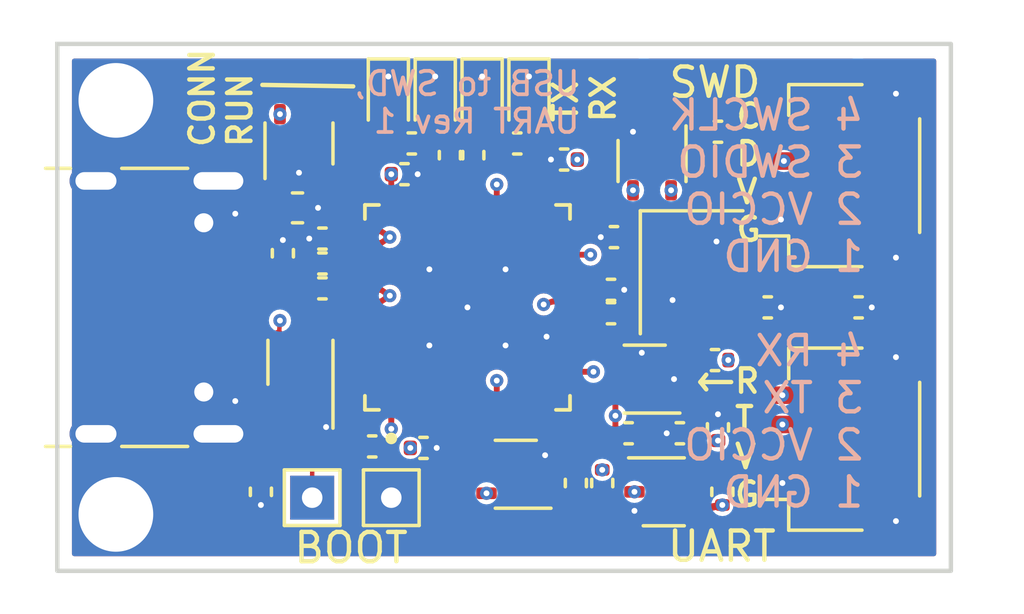
<source format=kicad_pcb>
(kicad_pcb (version 20240108) (generator "pcbnew") (generator_version "8.0")
  (layers (0 "F.Cu" jumper) (1 "In1.Cu" signal "Inner1.Cu") (2 "In2.Cu" signal "Inner2.Cu") (3 "In3.Cu" signal) (4 "In4.Cu" signal) (31 "B.Cu" signal) (35 "F.Paste" user) (36 "B.SilkS" user "B.Silkscreen") (37 "F.SilkS" user "F.Silkscreen") (38 "B.Mask" user) (39 "F.Mask" user) (44 "Edge.Cuts" user))
  (net 0 "")
  (net 1 "/VBUS")
  (net 2 "GND")
  (net 3 "/USB_D-")
  (net 4 "/USB_D+")
  (net 5 "/VCCIO")
  (net 8 "/CC1")
  (net 9 "/CC2")
  (net 10 "Net-(U1-~{WP}{slash}IO2)")
  (net 11 "Net-(U1-SCK)")
  (net 12 "Net-(U1-~{CS})")
  (net 13 "+3V3")
  (net 14 "Net-(U1-SO{slash}IO1)")
  (net 15 "Net-(U1-SI{slash}IO0)")
  (net 16 "Net-(U1-~{HOLD}{slash}IO3)")
  (net 35 "/VCCINT")
  (net 37 "/XIN")
  (net 38 "/XOUT")
  (net 39 "/XOUT1")
  (net 40 "/DR+")
  (net 41 "/DR-")
  (net 42 "/SWDIO")
  (net 43 "/SWCLK")
  (net 44 "/RX")
  (net 45 "/TX")
  (net 46 "/VCCIOU")
  (net 47 "Net-(U6-A)")
  (net 48 "/RX33")
  (net 49 "/TX33")
  (net 50 "/SWCLKR")
  (net 51 "/TXR")
  (net 52 "/SWDIO33")
  (net 53 "/SWCLK33")
  (net 54 "/SWDIOEN")
  (net 59 "Net-(D1-A)")
  (net 60 "Net-(D2-A)")
  (net 61 "Net-(D3-A)")
  (net 62 "Net-(D4-A)")
  (net 63 "/RXLED")
  (net 64 "/TXLED")
  (net 65 "/RUNLED")
  (net 66 "/CONNLED")
  (footprint "kicad_pcb:C_0402_1005Metric" (layer "F.Cu") (at 92.3 169.95 180)
    (property "Reference" "C1" (hide yes))
    (property "Value" "1 uF")
  )
  (footprint "kicad_pcb:C_0402_1005Metric" (layer "F.Cu") (at 87.5 179.8)
    (property "Reference" "C3" (hide yes))
    (property "Value" "1 uF")
  )
  (footprint "kicad_pcb:C_0603_1608Metric" (layer "F.Cu") (at 83.2 171.6)
    (property "Reference" "C4" (hide yes))
    (property "Value" "4.7 uF")
  )
  (footprint "kicad_pcb:C_0402_1005Metric" (layer "F.Cu") (at 84.05 172.65 180)
    (property "Reference" "C7" (hide yes))
    (property "Value" "1 uF")
  )
  (footprint "kicad_pcb:R_0402_1005Metric" (layer "F.Cu") (at 81.95 181.3 -90)
    (property "Reference" "R1" (hide yes))
    (property "Value" "5.1 k")
  )
  (footprint "kicad_pcb:XSON-8-1EP_3x2mm_P0.5mm_EP0.2x1.6mm" (layer "F.Cu") (at 83.3 177.625 90)
    (property "Reference" "U1" (hide yes))
    (property "Value" "W25Q16RVXHJQ")
  )
  (footprint "kicad_pcb:C_0402_1005Metric" (layer "F.Cu") (at 97.55 179.1 90)
    (property "Reference" "C5" (hide yes))
    (property "Value" "1 uF")
  )
  (footprint "kicad_pcb:C_0402_1005Metric" (layer "F.Cu") (at 102.35 175)
    (property "Reference" "C10" (hide yes))
    (property "Value" "1 uF")
  )
  (footprint "kicad_pcb:SOT-353_SC-70-5" (layer "F.Cu") (at 95.3 170 -90)
    (property "Reference" "U4" (hide yes))
    (property "Value" "2N7001TDCK")
  )
  (footprint "kicad_pcb:SOT-363_SC-70-6" (layer "F.Cu") (at 95.05 177.45 180)
    (property "Reference" "U6" (hide yes))
    (property "Value" "6MMF7")
  )
  (footprint "kicad_pcb:USB_C_Receptacle_HRO_TYPE-C-31-M-12" (layer "F.Cu") (at 80.5 175 -90)
    (property "Reference" "J1" (hide yes))
    (property "Value" "CGH8B")
  )
  (footprint "kicad_pcb:QFN-56-RP2040" (layer "F.Cu") (at 89 175 90)
    (property "Reference" "U3" (hide yes))
    (property "Value" "RP2040")
  )
  (footprint "kicad_pcb:C_0402_1005Metric" (layer "F.Cu") (at 86.85 170.45)
    (property "Reference" "C2" (hide yes))
    (property "Value" "1 uF")
  )
  (footprint "kicad_pcb:tooling_hole_2.55" (layer "F.Cu") (at 77 167.929)
    (property "Reference" "TH1" (hide yes))
    (property "Value" "tooling_hole" (hide yes))
  )
  (footprint "kicad_pcb:tooling_hole_2.55" (layer "F.Cu") (at 77 182.071)
    (property "Reference" "TH2" (hide yes))
    (property "Value" "tooling_hole" (hide yes))
  )
  (footprint "kicad_pcb:C_0402_1005Metric" (layer "F.Cu") (at 96.25 179.3 180)
    (property "Reference" "C11" (hide yes))
    (property "Value" "1 uF")
  )
  (footprint "Connector_JST:JST_SH_SM04B-SRSS-TB_1x04-1MP_P1.00mm_Horizontal" (layer "F.Cu") (at 101.75 179.5 90)
    (property "Reference" "J3" (hide yes))
    (property "Value" "SM04B-SRSS-TB")
  )
  (footprint "kicad_pcb:R_0402_1005Metric" (layer "F.Cu") (at 93.9 175.2)
    (property "Reference" "R3" (hide yes))
    (property "Value" "1 k")
  )
  (footprint "kicad_pcb:LED_0603_1608Metric" (layer "F.Cu") (at 86.3 167.8 -90)
    (property "Reference" "D4" (hide yes))
    (property "Value" "QF838")
  )
  (footprint "kicad_pcb:SOT-353_SC-70-5" (layer "F.Cu") (at 83.25 169.4 90)
    (property "Reference" "U2" (hide yes))
    (property "Value" "TPS71733DCKR")
  )
  (footprint "kicad_pcb:R_0402_1005Metric" (layer "F.Cu") (at 84.05 173.5)
    (property "Reference" "R7" (hide yes))
    (property "Value" "27")
  )
  (footprint "kicad_pcb:R_0402_1005Metric" (layer "F.Cu") (at 89.2 169.8 90)
    (property "Reference" "R14" (hide yes))
    (property "Value" "5.1 k")
  )
  (footprint "Oscillator:Oscillator_SMD_SeikoEpson_SG8002CE-4Pin_3.2x2.5mm" (layer "F.Cu") (at 96.65 173.8 -90)
    (property "Reference" "Y1" (hide yes))
    (property "Value" "X322512MSB4SI")
  )
  (footprint "kicad_pcb:R_0402_1005Metric" (layer "F.Cu") (at 92.7 181 -90)
    (property "Reference" "R12" (hide yes))
    (property "Value" "100 k")
  )
  (footprint "TestPoint:TestPoint_THTPad_1.5x1.5mm_Drill0.7mm" (layer "F.Cu") (at 83.7 181.5)
    (property "Reference" "TP1" (hide yes))
    (property "Value" "TestPoint")
  )
  (footprint "kicad_pcb:C_0402_1005Metric" (layer "F.Cu") (at 99.25 175)
    (property "Reference" "C6" (hide yes))
    (property "Value" "27 pF")
  )
  (footprint "kicad_pcb:R_0402_1005Metric" (layer "F.Cu") (at 97.7 181.3 -90)
    (property "Reference" "R11" (hide yes))
    (property "Value" "100 k")
  )
  (footprint "kicad_pcb:LED_0603_1608Metric" (layer "F.Cu") (at 87.9 167.8 -90)
    (property "Reference" "D3" (hide yes))
    (property "Value" "QF838")
  )
  (footprint "kicad_pcb:C_0402_1005Metric" (layer "F.Cu") (at 94 172.6 180)
    (property "Reference" "C8" (hide yes))
    (property "Value" "27 pF")
  )
  (footprint "kicad_pcb:R_0402_1005Metric" (layer "F.Cu") (at 90.7 169.4)
    (property "Reference" "R13" (hide yes))
    (property "Value" "5.1 k")
  )
  (footprint "kicad_pcb:R_0402_1005Metric" (layer "F.Cu") (at 93.6 181 -90)
    (property "Reference" "R10" (hide yes))
    (property "Value" "27")
  )
  (footprint "kicad_pcb:R_0402_1005Metric" (layer "F.Cu") (at 82.7 173.15 90)
    (property "Reference" "R2" (hide yes))
    (property "Value" "5.1 k")
  )
  (footprint "kicad_pcb:LED_0603_1608Metric" (layer "F.Cu") (at 89.5 167.8 -90)
    (property "Reference" "D2" (hide yes))
    (property "Value" "QF838")
  )
  (footprint "kicad_pcb:C_0402_1005Metric" (layer "F.Cu") (at 93.9 174.4)
    (property "Reference" "C9" (hide yes))
    (property "Value" "1 uF")
  )
  (footprint "kicad_pcb:LED_0603_1608Metric" (layer "F.Cu") (at 91.1 167.8 -90)
    (property "Reference" "D1" (hide yes))
    (property "Value" "QF838")
  )
  (footprint "kicad_pcb:R_0402_1005Metric" (layer "F.Cu") (at 94.5 179.3)
    (property "Reference" "R9" (hide yes))
    (property "Value" "100 k")
  )
  (footprint "Connector_JST:JST_SH_SM04B-SRSS-TB_1x04-1MP_P1.00mm_Horizontal" (layer "F.Cu") (at 101.75 170.5 90)
    (property "Reference" "J2" (hide yes))
    (property "Value" "SM04B-SRSS-TB")
  )
  (footprint "kicad_pcb:R_0402_1005Metric" (layer "F.Cu") (at 88.4 169.8 90)
    (property "Reference" "R15" (hide yes))
    (property "Value" "5.1 k")
  )
  (footprint "TestPoint:TestPoint_THTPad_1.5x1.5mm_Drill0.7mm" (layer "F.Cu") (at 86.4 181.5)
    (property "Reference" "TP2" (hide yes))
    (property "Value" "TestPoint")
  )
  (footprint "kicad_pcb:R_0402_1005Metric" (layer "F.Cu") (at 97.45 176.8 180)
    (property "Reference" "R8" (hide yes))
    (property "Value" "27")
  )
  (footprint "kicad_pcb:R_0402_1005Metric" (layer "F.Cu") (at 85.75 179.75 180)
    (property "Reference" "R4" (hide yes))
    (property "Value" "5.1 k")
  )
  (footprint "kicad_pcb:R_0402_1005Metric" (layer "F.Cu") (at 97.55 169 180)
    (property "Reference" "R5" (hide yes))
    (property "Value" "27")
  )
  (footprint "kicad_pcb:SOT-353_SC-70-5" (layer "F.Cu") (at 95.7 181.3)
    (property "Reference" "U11" (hide yes))
    (property "Value" "2N7001TDCK")
  )
  (footprint "kicad_pcb:R_0402_1005Metric" (layer "F.Cu") (at 84.05 174.35)
    (property "Reference" "R6" (hide yes))
    (property "Value" "27")
  )
  (footprint "kicad_pcb:SOT-353_SC-70-5" (layer "F.Cu") (at 90.65 180.7 180)
    (property "Reference" "U7" (hide yes))
    (property "Value" "2N7001TDCK")
  )
  (footprint "kicad_pcb:R_0402_1005Metric" (layer "F.Cu") (at 87.1 169.4 180)
    (property "Reference" "R16" (hide yes))
    (property "Value" "5.1 k")
  )
  (gr_line (start 96.95 177.55) (end 97.15 177.8) (stroke (width 0.15)) (layer "F.SilkS"))
  (gr_line (start 96.95 177.55) (end 97.15 177.3) (stroke (width 0.15)) (layer "F.SilkS"))
  (gr_line (start 98 177.55) (end 96.95 177.55) (stroke (width 0.15)) (layer "F.SilkS"))
  (gr_line (start 82 167.4) (end 85.1 167.45) (stroke (width 0.15)) (layer "F.SilkS"))
  (gr_rect (start 75 166) (end 105.5 184) (stroke (width 0.15)) (fill none) (layer "Edge.Cuts"))
  (gr_text "USB to SWD, \nUART Rev 1" (at 92.9 168 -0) (layer "B.SilkS") (effects (font (size 0.8 0.8) (thickness 0.127)) (justify left mirror)))
  (gr_text "4 SWCLK\n3 SWDIO\n2 VCCIO\n1 GND\n\n4 RX\n3 TX\n2 VCCIO\n1 GND" (at 102.6 181.9 -0) (layer "B.SilkS") (effects (font (size 1 1)) (justify left bottom mirror)))
  (gr_text "R\nT\nV\nG" (at 98.05 181.85 0) (layer "F.SilkS") (effects (font (size 0.8 0.8)) (justify left bottom)))
  (gr_text "BOOT" (at 83 183.8 0) (layer "F.SilkS") (effects (font (size 1 1)) (justify left bottom)))
  (gr_text "CONN\nRUN" (at 81.7 169.6 90) (layer "F.SilkS") (effects (font (size 0.8 0.8)) (justify left bottom)))
  (gr_text "C\nD\nV\nG" (at 98.1 172.8 0) (layer "F.SilkS") (effects (font (size 0.8 0.8)) (justify left bottom)))
  (gr_text "SWD" (at 95.8 167.9 0) (layer "F.SilkS") (effects (font (size 1 1)) (justify left bottom)))
  (gr_text "TX\nRX" (at 94.1 168.75 90) (layer "F.SilkS") (effects (font (size 0.8 0.8)) (justify left bottom)))
  (gr_text "UART" (at 95.75 183.75 -0) (layer "F.SilkS") (effects (font (size 1 1)) (justify left bottom)))
  (segment (start 80.2 172.9) (end 80.4 172.7) (width 0.36) (layer "F.Cu") (net 1))
  (segment (start 82.6 170) (end 82.6 170.4) (width 0.1524) (layer "F.Cu") (net 1))
  (segment (start 82 172.4) (end 82.5 171.6) (width 0.5) (layer "F.Cu") (net 1))
  (segment (start 80 177) (end 79.6 175.6) (width 0.36) (layer "F.Cu") (net 1))
  (segment (start 81.7 172.6) (end 82 172.4) (width 0.5) (layer "F.Cu") (net 1))
  (segment (start 81.125 177.4) (end 80.6 177.4) (width 0.36) (layer "F.Cu") (net 1))
  (segment (start 83.9 170.4) (end 83.9 170) (width 0.1524) (layer "F.Cu") (net 1))
  (segment (start 79.6 174) (end 80.2 172.9) (width 0.36) (layer "F.Cu") (net 1))
  (segment (start 80.6 177.4) (end 80 177) (width 0.36) (layer "F.Cu") (net 1))
  (segment (start 79.6 175.6) (end 79.6 174) (width 0.36) (layer "F.Cu") (net 1))
  (segment (start 82.6 170.4) (end 82.5 171.6) (width 0.4) (layer "F.Cu") (net 1))
  (segment (start 80.4 172.7) (end 81.125 172.6) (width 0.36) (layer "F.Cu") (net 1))
  (segment (start 81.25 172.6) (end 81.7 172.6) (width 0.5) (layer "F.Cu") (net 1))
  (segment (start 83.6 169.7) (end 82.9 169.7) (width 0.1524) (layer "F.Cu") (net 1))
  (arc (start 83.6 169.7) (mid 83.812132 169.787868) (end 83.9 170) (width 0.1524) (layer "F.Cu") (net 1))
  (arc (start 82.6 170) (mid 82.687868 169.787868) (end 82.9 169.7) (width 0.1524) (layer "F.Cu") (net 1))
  (segment (start 92.435 176) (end 91.7 176) (width 0.2) (layer "F.Cu") (net 2))
  (via (at 87.95 179.8) (size 0.45) (drill 0.2) (layers "F.Cu" "B.Cu") (net 2))
  (via (at 87.3 170.45) (size 0.45) (drill 0.2) (layers "F.Cu" "B.Cu") (net 2))
  (via (at 99.75 181) (size 0.45) (drill 0.2) (layers "F.Cu" "B.Cu") (net 2))
  (via (at 103.625 176.7) (size 0.45) (drill 0.2) (layers "F.Cu" "B.Cu") (net 2))
  (via (at 91.1 167.1125) (size 0.45) (drill 0.2) (layers "F.Cu" "B.Cu") (net 2))
  (via (at 94.65 169) (size 0.45) (drill 0.2) (layers "F.Cu" "B.Cu") (net 2))
  (via (at 83.9 171.6) (size 0.45) (drill 0.2) (layers "F.Cu" "B.Cu") (net 2))
  (via (at 90.3 173.7) (size 0.45) (drill 0.2) (layers "F.Cu" "B.Cu") (net 2))
  (via (at 91.85 169.95) (size 0.45) (drill 0.2) (layers "F.Cu" "B.Cu") (net 2))
  (via (at 102.8 175) (size 0.45) (drill 0.2) (layers "F.Cu" "B.Cu") (net 2))
  (via (at 93.55 172.6) (size 0.45) (drill 0.2) (layers "F.Cu" "B.Cu") (net 2))
  (via (at 94.7 181.95) (size 0.45) (drill 0.2) (layers "F.Cu" "B.Cu") (net 2))
  (via (at 83.25 170.4) (size 0.45) (drill 0.2) (layers "F.Cu" "B.Cu") (net 2))
  (via (at 87.7 176.3) (size 0.45) (drill 0.2) (layers "F.Cu" "B.Cu") (net 2))
  (via (at 99.7 172) (size 0.45) (drill 0.2) (layers "F.Cu" "B.Cu") (net 2))
  (via (at 94.95 176.55) (size 0.45) (drill 0.2) (layers "F.Cu" "B.Cu") (net 2))
  (via (at 103.625 173.3) (size 0.45) (drill 0.2) (layers "F.Cu" "B.Cu") (net 2))
  (via (at 96.05 177.45) (size 0.45) (drill 0.2) (layers "F.Cu" "B.Cu") (net 2))
  (via (at 83.6 172.65) (size 0.45) (drill 0.2) (layers "F.Cu" "B.Cu") (net 2))
  (via (at 103.625 167.7) (size 0.45) (drill 0.2) (layers "F.Cu" "B.Cu") (net 2))
  (via (at 90.3 176.3) (size 0.45) (drill 0.2) (layers "F.Cu" "B.Cu") (net 2))
  (via (at 95.8 179.3) (size 0.45) (drill 0.2) (layers "F.Cu" "B.Cu") (net 2))
  (via (at 81.075 171.8) (size 0.45) (drill 0.2) (layers "F.Cu" "B.Cu") (net 2))
  (via (at 97.55 178.65) (size 0.45) (drill 0.2) (layers "F.Cu" "B.Cu") (net 2))
  (via (at 86.3 167.1125) (size 0.45) (drill 0.2) (layers "F.Cu" "B.Cu") (net 2))
  (via (at 87.7 173.7) (size 0.45) (drill 0.2) (layers "F.Cu" "B.Cu") (net 2))
  (via (at 103.625 182.3) (size 0.45) (drill 0.2) (layers "F.Cu" "B.Cu") (net 2))
  (via (at 84.175 179.0875) (size 0.45) (drill 0.2) (layers "F.Cu" "B.Cu") (net 2))
  (via (at 89.5 167.1125) (size 0.45) (drill 0.2) (layers "F.Cu" "B.Cu") (net 2))
  (via (at 89 175) (size 0.45) (drill 0.2) (layers "F.Cu" "B.Cu") (net 2))
  (via (at 91.65 180.05) (size 0.45) (drill 0.2) (layers "F.Cu" "B.Cu") (net 2))
  (via (at 82.7 172.7) (size 0.45) (drill 0.2) (layers "F.Cu" "B.Cu") (net 2))
  (via (at 91.7 176) (size 0.45) (drill 0.2) (layers "F.Cu" "B.Cu") (net 2))
  (via (at 81.95 181.75) (size 0.45) (drill 0.2) (layers "F.Cu" "B.Cu") (net 2))
  (via (at 96 174.75) (size 0.45) (drill 0.2) (layers "F.Cu" "B.Cu") (net 2))
  (via (at 87.9 167.1125) (size 0.45) (drill 0.2) (layers "F.Cu" "B.Cu") (net 2))
  (via (at 97.5 172.75) (size 0.45) (drill 0.2) (layers "F.Cu" "B.Cu") (net 2))
  (via (at 81.075 178.2) (size 0.45) (drill 0.2) (layers "F.Cu" "B.Cu") (net 2))
  (via (at 94.35 174.4) (size 0.45) (drill 0.2) (layers "F.Cu" "B.Cu") (net 2))
  (via (at 99.7 175) (size 0.45) (drill 0.2) (layers "F.Cu" "B.Cu") (net 2))
  (segment (start 80.1 175.15) (end 80.2 175.25) (width 0.2) (layer "F.Cu") (net 3))
  (segment (start 82.5 174.25) (end 81.075 174.25) (width 0.2) (layer "F.Cu") (net 3))
  (segment (start 83.15 174.05) (end 83.6 173.5) (width 0.2) (layer "F.Cu") (net 3))
  (segment (start 80.1 174.4) (end 80.1 175.15) (width 0.2) (layer "F.Cu") (net 3))
  (segment (start 81.075 174.25) (end 80.25 174.25) (width 0.2) (layer "F.Cu") (net 3))
  (segment (start 80.2 175.25) (end 81.075 175.25) (width 0.2) (layer "F.Cu") (net 3))
  (segment (start 80.25 174.25) (end 80.1 174.4) (width 0.2) (layer "F.Cu") (net 3))
  (segment (start 82.5 174.25) (end 83.15 174.05) (width 0.2) (layer "F.Cu") (net 3))
  (segment (start 81.075 174.75) (end 81.95 174.75) (width 0.2) (layer "F.Cu") (net 4))
  (segment (start 82.1 175.6) (end 81.95 175.75) (width 0.2) (layer "F.Cu") (net 4))
  (segment (start 81.95 174.75) (end 82.1 174.9) (width 0.2) (layer "F.Cu") (net 4))
  (segment (start 82.1 174.9) (end 82.1 175.6) (width 0.2) (layer "F.Cu") (net 4))
  (segment (start 81.95 175.75) (end 81.075 175.75) (width 0.2) (layer "F.Cu") (net 4))
  (segment (start 82.1 174.9) (end 83.6 174.35) (width 0.2) (layer "F.Cu") (net 4))
  (segment (start 82.55 173.75) (end 82.7 173.6) (width 0.25) (layer "F.Cu") (net 8))
  (segment (start 81.075 173.75) (end 82.55 173.75) (width 0.25) (layer "F.Cu") (net 8))
  (segment (start 81.8 176.75) (end 81.95 176.9) (width 0.1524) (layer "F.Cu") (net 9))
  (segment (start 81.95 176.9) (end 81.95 180.85) (width 0.1524) (layer "F.Cu") (net 9))
  (segment (start 81.125 176.75) (end 81.8 176.75) (width 0.1524) (layer "F.Cu") (net 9))
  (segment (start 84.3 178.1) (end 83.55 178.4) (width 0.1524) (layer "F.Cu") (net 10))
  (segment (start 83.55 178.4) (end 83.55 179.0875) (width 0.1524) (layer "F.Cu") (net 10))
  (segment (start 84.5 177.05) (end 84.45 177.6) (width 0.1524) (layer "F.Cu") (net 10))
  (segment (start 85.565 176.8) (end 84.95 176.8) (width 0.1524) (layer "F.Cu") (net 10))
  (segment (start 84.95 176.8) (end 84.5 177.05) (width 0.1524) (layer "F.Cu") (net 10))
  (segment (start 84.45 177.6) (end 84.3 178.1) (width 0.1524) (layer "F.Cu") (net 10))
  (segment (start 83.55 175.6) (end 83.55 176.1625) (width 0.1524) (layer "F.Cu") (net 11))
  (segment (start 85.565 176) (end 84.9 176) (width 0.1524) (layer "F.Cu") (net 11))
  (segment (start 84.9 176) (end 84.4 175.45) (width 0.1524) (layer "F.Cu") (net 11))
  (segment (start 84.4 175.45) (end 83.7 175.45) (width 0.1524) (layer "F.Cu") (net 11))
  (segment (start 83.7 175.45) (end 83.55 175.6) (width 0.1524) (layer "F.Cu") (net 11))
  (segment (start 84.65 180.1) (end 83.7 180.1) (width 0.1524) (layer "F.Cu") (net 12))
  (segment (start 85.3 179.2) (end 85.55 178.5) (width 0.1524) (layer "F.Cu") (net 12))
  (segment (start 83.7 180.1) (end 82.8 180.1) (width 0.1524) (layer "F.Cu") (net 12))
  (segment (start 85.55 178.5) (end 85.565 177.6) (width 0.1524) (layer "F.Cu") (net 12))
  (segment (start 82.8 180.1) (end 82.55 179.8) (width 0.1524) (layer "F.Cu") (net 12))
  (segment (start 84.65 180.1) (end 85.3 179.75) (width 0.1524) (layer "F.Cu") (net 12))
  (segment (start 85.3 179.75) (end 85.3 179.2) (width 0.1524) (layer "F.Cu") (net 12))
  (segment (start 82.55 179.8) (end 82.55 179.0875) (width 0.1524) (layer "F.Cu") (net 12))
  (segment (start 83.7 180.1) (end 83.7 181.5) (width 0.1524) (layer "F.Cu") (net 12))
  (segment (start 86.35 172.6) (end 86.05 172.4) (width 0.2) (layer "F.Cu") (net 13))
  (segment (start 82.55 176.1625) (end 82.6 175.45) (width 0.1524) (layer "F.Cu") (net 13))
  (segment (start 86.4 171.565) (end 86.4 170.45) (width 0.2) (layer "F.Cu") (net 13))
  (segment (start 90 171.565) (end 90 170.8) (width 0.2) (layer "F.Cu") (net 13))
  (segment (start 86.4 178.435) (end 86.4 179.15) (width 0.2) (layer "F.Cu") (net 13))
  (segment (start 92.435 174.8) (end 91.9 174.8) (width 0.2) (layer "F.Cu") (net 13))
  (segment (start 86.05 174.8) (end 85.565 174.8) (width 0.2) (layer "F.Cu") (net 13))
  (segment (start 90 178.435) (end 90 177.5) (width 0.2) (layer "F.Cu") (net 13))
  (segment (start 86.05 172.4) (end 85.565 172.4) (width 0.2) (layer "F.Cu") (net 13))
  (segment (start 86.2 179.75) (end 86.4 179.15) (width 0.1524) (layer "F.Cu") (net 13))
  (segment (start 86.35 172.6) (end 86.05 172.8) (width 0.2) (layer "F.Cu") (net 13))
  (segment (start 86.35 174.6) (end 86.05 174.4) (width 0.2) (layer "F.Cu") (net 13))
  (segment (start 86.05 172.8) (end 85.565 172.8) (width 0.2) (layer "F.Cu") (net 13))
  (segment (start 86.35 174.6) (end 86.05 174.8) (width 0.2) (layer "F.Cu") (net 13))
  (segment (start 94.05 178.7) (end 94.05 179.3) (width 0.2) (layer "F.Cu") (net 13))
  (segment (start 91.9 174.8) (end 91.6 174.9) (width 0.2) (layer "F.Cu") (net 13))
  (segment (start 94.05 178.1) (end 94.05 178.7) (width 0.2) (layer "F.Cu") (net 13))
  (segment (start 92.435 173.2) (end 93.2 173.2) (width 0.2) (layer "F.Cu") (net 13))
  (segment (start 86.05 174.4) (end 85.565 174.4) (width 0.2) (layer "F.Cu") (net 13))
  (via (at 87.05 179.8) (size 0.45) (drill 0.2) (layers "F.Cu" "B.Cu") (net 13))
  (via (at 86.4 170.45) (size 0.45) (drill 0.2) (layers "F.Cu" "B.Cu") (net 13))
  (via (at 95.95 171) (size 0.45) (drill 0.2) (layers "F.Cu" "B.Cu") (net 13))
  (via (at 86.35 172.6) (size 0.45) (drill 0.2) (layers "F.Cu" "B.Cu") (net 13))
  (via (at 92.75 169.95) (size 0.45) (drill 0.2) (layers "F.Cu" "B.Cu") (net 13))
  (via (at 86.4 179.15) (size 0.45) (drill 0.2) (layers "F.Cu" "B.Cu") (net 13))
  (via (at 90 177.5) (size 0.45) (drill 0.2) (layers "F.Cu" "B.Cu") (net 13))
  (via (at 82.6 168.4) (size 0.45) (drill 0.2) (layers "F.Cu" "B.Cu") (net 13))
  (via (at 82.6 175.45) (size 0.45) (drill 0.2) (layers "F.Cu" "B.Cu") (net 13))
  (via (at 90 170.8) (size 0.45) (drill 0.2) (layers "F.Cu" "B.Cu") (net 13))
  (via (at 93.2 173.2) (size 0.45) (drill 0.2) (layers "F.Cu" "B.Cu") (net 13))
  (via (at 91.6 174.9) (size 0.45) (drill 0.2) (layers "F.Cu" "B.Cu") (net 13))
  (via (at 97.55 179.55) (size 0.45) (drill 0.2) (layers "F.Cu" "B.Cu") (net 13))
  (via (at 86.35 174.6) (size 0.45) (drill 0.2) (layers "F.Cu" "B.Cu") (net 13))
  (via (at 89.65 181.35) (size 0.45) (drill 0.2) (layers "F.Cu" "B.Cu") (net 13))
  (via (at 94.05 178.7) (size 0.45) (drill 0.2) (layers "F.Cu" "B.Cu") (net 13))
  (via (at 94.7 181.3) (size 0.45) (drill 0.2) (layers "F.Cu" "B.Cu") (net 13))
  (segment (start 85.565 177.2) (end 84.95 177.2) (width 0.1524) (layer "F.Cu") (net 14))
  (segment (start 84.789649 177.453604) (end 84.7 178.95) (width 0.1524) (layer "F.Cu") (net 14))
  (segment (start 83.05 179.8) (end 83.05 179.0875) (width 0.1524) (layer "F.Cu") (net 14))
  (segment (start 84.7 178.95) (end 84.65 179.75) (width 0.1524) (layer "F.Cu") (net 14))
  (segment (start 84.65 179.75) (end 83.05 179.8) (width 0.1524) (layer "F.Cu") (net 14))
  (segment (start 84.95 177.2) (end 84.789649 177.453604) (width 0.1524) (layer "F.Cu") (net 14))
  (segment (start 85.565 176.4) (end 85.05 176.4) (width 0.2) (layer "F.Cu") (net 15))
  (segment (start 85.05 176.4) (end 84.05 176.1625) (width 0.2) (layer "F.Cu") (net 15))
  (segment (start 85.565 175.6) (end 85 175.6) (width 0.1524) (layer "F.Cu") (net 16))
  (segment (start 83.05 175.55) (end 83.05 176.1625) (width 0.1524) (layer "F.Cu") (net 16))
  (segment (start 84.55 175.05) (end 83.55 175.05) (width 0.1524) (layer "F.Cu") (net 16))
  (segment (start 85 175.6) (end 84.55 175.05) (width 0.1524) (layer "F.Cu") (net 16))
  (segment (start 83.55 175.05) (end 83.05 175.55) (width 0.1524) (layer "F.Cu") (net 16))
  (segment (start 85.565 173.2) (end 86.45 173.2) (width 0.2) (layer "F.Cu") (net 35))
  (segment (start 85 173.2) (end 84.5 172.65) (width 0.2) (layer "F.Cu") (net 35))
  (segment (start 85.565 175.2) (end 86.35 175.2) (width 0.2) (layer "F.Cu") (net 35))
  (segment (start 85.565 173.2) (end 85 173.2) (width 0.2) (layer "F.Cu") (net 35))
  (segment (start 93.45 174.4) (end 92.435 174.4) (width 0.2) (layer "F.Cu") (net 35))
  (segment (start 92.435 174.4) (end 91.7 174.4) (width 0.2) (layer "F.Cu") (net 35))
  (segment (start 94.55 175.75) (end 95 175.95) (width 0.1524) (layer "F.Cu") (net 37))
  (segment (start 93.3 175.75) (end 94.55 175.75) (width 0.1524) (layer "F.Cu") (net 37))
  (segment (start 95 175.95) (end 96.75 175.95) (width 0.1524) (layer "F.Cu") (net 37))
  (segment (start 98.8 175) (end 97.6 175.000001) (width 0.36) (layer "F.Cu") (net 37))
  (segment (start 96.75 175.95) (end 97.6 175.000001) (width 0.1524) (layer "F.Cu") (net 37))
  (segment (start 92.435 175.6) (end 93 175.6) (width 0.1524) (layer "F.Cu") (net 37))
  (segment (start 93 175.6) (end 93.3 175.75) (width 0.1524) (layer "F.Cu") (net 37))
  (segment (start 94.45 172.6) (end 95.7 172.599999) (width 0.36) (layer "F.Cu") (net 38))
  (segment (start 94.35 175.2) (end 94.85 174.7) (width 0.1524) (layer "F.Cu") (net 38))
  (segment (start 94.85 173.5) (end 95.7 172.599999) (width 0.1524) (layer "F.Cu") (net 38))
  (segment (start 94.85 174.7) (end 94.85 173.5) (width 0.1524) (layer "F.Cu") (net 38))
  (segment (start 92.435 175.2) (end 93.45 175.2) (width 0.2) (layer "F.Cu") (net 39))
  (segment (start 84.95 174) (end 84.5 174.35) (width 0.2) (layer "F.Cu") (net 40))
  (segment (start 85.565 174) (end 84.95 174) (width 0.2) (layer "F.Cu") (net 40))
  (segment (start 84.6 173.6) (end 85.565 173.6) (width 0.2) (layer "F.Cu") (net 41))
  (via (at 97.9 176.8) (size 0.45) (drill 0.2) (layers "F.Cu" "B.Cu") (net 42))
  (via (at 99.8 170) (size 0.45) (drill 0.2) (layers "F.Cu" "B.Cu") (net 42))
  (segment (start 98 169) (end 99.75 169) (width 0.15) (layer "F.Cu") (net 43))
  (segment (start 97.7 181.75) (end 96.7 181.95) (width 0.25) (layer "F.Cu") (net 44))
  (via (at 97.7 181.75) (size 0.45) (drill 0.2) (layers "F.Cu" "B.Cu") (net 44))
  (via (at 99.75 178) (size 0.45) (drill 0.2) (layers "F.Cu" "B.Cu") (net 44))
  (via (at 99.75 179) (size 0.45) (drill 0.2) (layers "F.Cu" "B.Cu") (net 45))
  (via (at 93.6 180.55) (size 0.45) (drill 0.2) (layers "F.Cu" "B.Cu") (net 45))
  (segment (start 97.7 180.85) (end 96.7 180.65) (width 0.25) (layer "F.Cu") (net 46))
  (segment (start 95.4 182.5) (end 96.259259 181.059259) (width 0.25) (layer "F.Cu") (net 46))
  (segment (start 96.7 180.65) (end 96.7 179.3) (width 0.25) (layer "F.Cu") (net 46))
  (segment (start 98.7 180) (end 99.75 180) (width 0.25) (layer "F.Cu") (net 46))
  (segment (start 95.4 182.5) (end 91.1 182.5) (width 0.25) (layer "F.Cu") (net 46))
  (segment (start 91.65 180.7) (end 92.7 180.55) (width 0.25) (layer "F.Cu") (net 46))
  (segment (start 90.8 182.2) (end 90.8 181) (width 0.25) (layer "F.Cu") (net 46))
  (segment (start 96.7 180.65) (end 96.259259 181.059259) (width 0.25) (layer "F.Cu") (net 46))
  (segment (start 91.1 180.7) (end 90.8 181) (width 0.25) (layer "F.Cu") (net 46))
  (segment (start 97.7 180.85) (end 98.7 180) (width 0.25) (layer "F.Cu") (net 46))
  (segment (start 91.1 180.7) (end 91.65 180.7) (width 0.25) (layer "F.Cu") (net 46))
  (segment (start 90.8 182.2) (end 91.1 182.5) (width 0.25) (layer "F.Cu") (net 46))
  (segment (start 97 176.8) (end 96.05 176.8) (width 0.25) (layer "F.Cu") (net 47))
  (segment (start 93.1 179.4) (end 89.4 179.4) (width 0.1524) (layer "F.Cu") (net 48))
  (segment (start 88.8 179) (end 88.976471 179.223529) (width 0.1524) (layer "F.Cu") (net 48))
  (segment (start 89.4 179.4) (end 88.976471 179.223529) (width 0.1524) (layer "F.Cu") (net 48))
  (segment (start 93.7 179.8) (end 93.1 179.4) (width 0.1524) (layer "F.Cu") (net 48))
  (segment (start 94.4 179.8) (end 94.7 180.65) (width 0.1524) (layer "F.Cu") (net 48))
  (segment (start 94.95 179.3) (end 94.4 179.8) (width 0.1524) (layer "F.Cu") (net 48))
  (segment (start 94.4 179.8) (end 93.7 179.8) (width 0.1524) (layer "F.Cu") (net 48))
  (segment (start 88.8 179) (end 88.8 178.435) (width 0.1524) (layer "F.Cu") (net 48))
  (segment (start 88.4 179.1) (end 88.4 178.435) (width 0.2) (layer "F.Cu") (net 49))
  (segment (start 89.65 180.05) (end 88.7 179.5) (width 0.2) (layer "F.Cu") (net 49))
  (segment (start 88.7 179.5) (end 88.4 179.1) (width 0.2) (layer "F.Cu") (net 49))
  (segment (start 97.1 169) (end 95.95 169) (width 0.15) (layer "F.Cu") (net 50))
  (segment (start 91.65 181.35) (end 92.7 181.45) (width 0.25) (layer "F.Cu") (net 51))
  (segment (start 92.7 181.45) (end 93.6 181.45) (width 0.25) (layer "F.Cu") (net 51))
  (segment (start 92.435 176.8) (end 93 176.8) (width 0.2) (layer "F.Cu") (net 52))
  (segment (start 93 176.4) (end 93.15 176.6) (width 0.2) (layer "F.Cu") (net 52))
  (segment (start 93.15 176.6) (end 93.25 176.6) (width 0.2) (layer "F.Cu") (net 52))
  (segment (start 93 176.8) (end 93.15 176.6) (width 0.2) (layer "F.Cu") (net 52))
  (segment (start 93.25 176.6) (end 94.05 176.8) (width 0.2) (layer "F.Cu") (net 52))
  (segment (start 92.435 176.4) (end 93 176.4) (width 0.2) (layer "F.Cu") (net 52))
  (segment (start 92.435 177.2) (end 93.3 177.2) (width 0.2) (layer "F.Cu") (net 53))
  (via (at 93.3 177.2) (size 0.45) (drill 0.2) (layers "F.Cu" "B.Cu") (net 53))
  (via (at 94.65 171) (size 0.45) (drill 0.2) (layers "F.Cu" "B.Cu") (net 53))
  (segment (start 93.45 177.8) (end 94.05 177.45) (width 0.2) (layer "F.Cu") (net 54))
  (segment (start 92.435 177.6) (end 92.95 177.6) (width 0.2) (layer "F.Cu") (net 54))
  (segment (start 92.95 177.6) (end 93.15 177.8) (width 0.2) (layer "F.Cu") (net 54))
  (segment (start 93.15 177.8) (end 93.45 177.8) (width 0.2) (layer "F.Cu") (net 54))
  (segment (start 91.1 168.4875) (end 91.15 169.4) (width 0.2) (layer "F.Cu") (net 59))
  (segment (start 89.5 168.4875) (end 89.2 169.35) (width 0.2) (layer "F.Cu") (net 60))
  (segment (start 87.9 168.4875) (end 88.4 169.35) (width 0.2) (layer "F.Cu") (net 61))
  (segment (start 86.3 168.4875) (end 86.65 169.4) (width 0.2) (layer "F.Cu") (net 62))
  (segment (start 89.6 171.565) (end 89.6 171) (width 0.1524) (layer "F.Cu") (net 63))
  (segment (start 89.5012 170.65) (end 89.7 170.4) (width 0.1524) (layer "F.Cu") (net 63))
  (segment (start 89.6 171) (end 89.5012 170.8) (width 0.1524) (layer "F.Cu") (net 63))
  (segment (start 89.5012 170.8) (end 89.5012 170.65) (width 0.1524) (layer "F.Cu") (net 63))
  (segment (start 89.7 170.4) (end 90.25 169.4) (width 0.1524) (layer "F.Cu") (net 63))
  (segment (start 89.2 171.565) (end 89.2 170.25) (width 0.2) (layer "F.Cu") (net 64))
  (segment (start 88.8 171.565) (end 88.8 170.9) (width 0.2) (layer "F.Cu") (net 65))
  (segment (start 88.8 170.9) (end 88.4 170.25) (width 0.2) (layer "F.Cu") (net 65))
  (segment (start 88.4 171.565) (end 88.4 171) (width 0.2) (layer "F.Cu") (net 66))
  (segment (start 87.9 170.6) (end 87.55 169.4) (width 0.2) (layer "F.Cu") (net 66))
  (segment (start 88.4 171) (end 87.9 170.6) (width 0.2) (layer "F.Cu") (net 66))
  (zone (net 35) (net_name "/VCCINT") (layer "F.Cu") (priority 1) (connect_pads yes (clearance 0.2)) (min_thickness 0.15) (fill yes (thermal_gap 0.2) (thermal_bridge_width 0.2))
    (polygon (pts (xy 86.25 172.25) (xy 86.25 177.75) (xy 91.75 177.75) (xy 91.75 172.25)))
  )
  (zone (net 5) (net_name "/VCCIO") (layer "F.Cu") (priority 2) (connect_pads yes (clearance 0.2)) (min_thickness 0.25) (fill yes (thermal_gap 0.5) (thermal_bridge_width 0.5))
    (polygon (pts (xy 95.7 177.9) (xy 95.7 178.3) (xy 98.1 178.3) (xy 99.05 177.5) (xy 102.25 177.5) (xy 102.25 166.5) (xy 95.1 166.5) (xy 95.1 169.35) (xy 95.45 170.25) (xy 96.45 170.25) (xy 97.1 171.55) (xy 98.45 171.55) (xy 98.45 173.85) (xy 99.75 173.85) (xy 99.75 175.8) (xy 98.25 177.2) (xy 96.95 177.2) (xy 96.4 177.9)))
  )
  (zone (net 2) (net_name "GND") (layers "F.Cu" "In1.Cu" "In2.Cu" "In3.Cu" "In4.Cu" "B.Cu") (connect_pads yes (clearance 0.2)) (min_thickness 0.15) (fill yes (thermal_gap 0.2) (thermal_bridge_width 0.2))
    (polygon (pts (xy 108 185.5) (xy 74.5 185.5) (xy 74.5 164.5) (xy 108 164.5)))
  )
)
</source>
